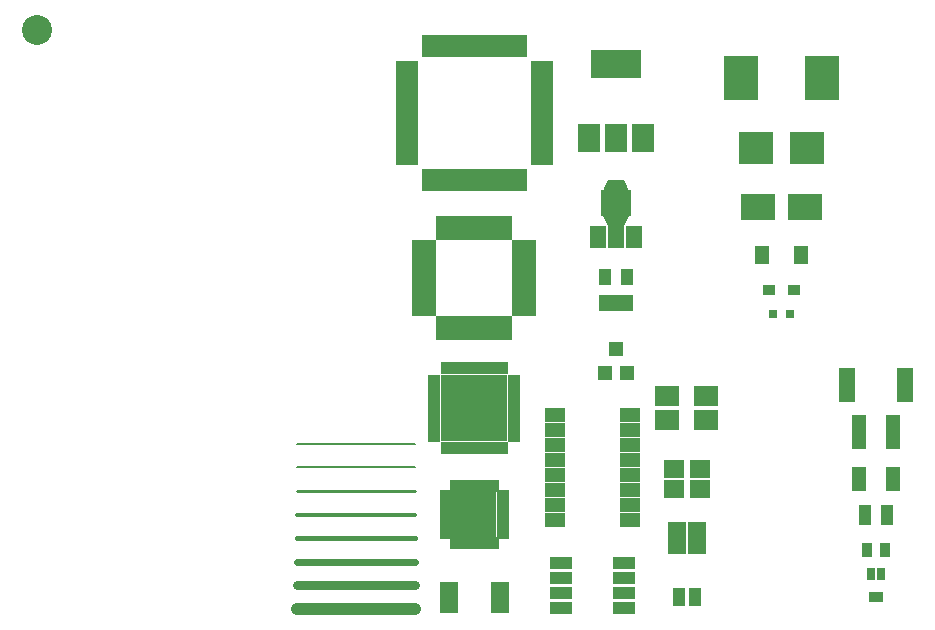
<source format=gbr>
G04 #@! TF.FileFunction,Soldermask,Bot*
%FSLAX46Y46*%
G04 Gerber Fmt 4.6, Leading zero omitted, Abs format (unit mm)*
G04 Created by KiCad (PCBNEW 4.0.2-stable) date 8/18/2017 5:33:59 PM*
%MOMM*%
G01*
G04 APERTURE LIST*
%ADD10C,0.152400*%
%ADD11C,1.016000*%
%ADD12C,0.762000*%
%ADD13C,0.609600*%
%ADD14C,0.457200*%
%ADD15C,0.304800*%
%ADD16C,0.254000*%
%ADD17C,0.203200*%
%ADD18R,2.000000X0.950000*%
%ADD19R,0.950000X2.000000*%
%ADD20R,0.680000X0.830000*%
%ADD21R,0.800000X1.000000*%
%ADD22R,0.900000X1.300000*%
%ADD23R,1.100000X1.700000*%
%ADD24R,1.300000X2.100000*%
%ADD25R,1.300000X2.900000*%
%ADD26R,1.400000X2.900000*%
%ADD27R,2.900000X2.200000*%
%ADD28R,2.900000X2.700000*%
%ADD29R,2.900000X3.700000*%
%ADD30R,1.950000X1.000000*%
%ADD31R,1.500000X0.800000*%
%ADD32R,1.100000X0.650000*%
%ADD33R,0.650000X1.100000*%
%ADD34R,1.687500X1.687500*%
%ADD35R,2.000000X1.700000*%
%ADD36R,1.800000X1.600000*%
%ADD37R,1.550000X1.400000*%
%ADD38R,1.000000X0.850000*%
%ADD39R,0.750000X0.750000*%
%ADD40R,1.300000X1.600000*%
%ADD41R,1.000000X1.500000*%
%ADD42R,1.400000X1.900000*%
%ADD43R,1.400000X2.200000*%
%ADD44R,2.600000X2.240000*%
%ADD45R,1.200000X1.300000*%
%ADD46R,1.050000X1.460000*%
%ADD47R,2.125000X2.125000*%
%ADD48R,1.700000X1.200000*%
%ADD49R,1.900000X0.950000*%
%ADD50R,0.950000X1.900000*%
%ADD51R,4.200000X2.400000*%
%ADD52R,1.900000X2.400000*%
%ADD53C,2.540000*%
G04 APERTURE END LIST*
D10*
D11*
X65000000Y-82000000D02*
X55000000Y-82000000D01*
D12*
X65000000Y-80000000D02*
X55000000Y-80000000D01*
D13*
X65000000Y-78000000D02*
X55000000Y-78000000D01*
D14*
X65000000Y-76000000D02*
X55000000Y-76000000D01*
D15*
X65000000Y-74000000D02*
X55000000Y-74000000D01*
D16*
X65000000Y-72000000D02*
X55000000Y-72000000D01*
D17*
X65000000Y-70000000D02*
X55000000Y-70000000D01*
D10*
X65000000Y-68000000D02*
X55000000Y-68000000D01*
D18*
X74250000Y-51200000D03*
X74250000Y-52000000D03*
X74250000Y-52800000D03*
X74250000Y-53600000D03*
X74250000Y-54400000D03*
X74250000Y-55200000D03*
X74250000Y-56000000D03*
X74250000Y-56800000D03*
D19*
X72800000Y-58250000D03*
X72000000Y-58250000D03*
X71200000Y-58250000D03*
X70400000Y-58250000D03*
X69600000Y-58250000D03*
X68800000Y-58250000D03*
X68000000Y-58250000D03*
X67200000Y-58250000D03*
D18*
X65750000Y-56800000D03*
X65750000Y-56000000D03*
X65750000Y-55200000D03*
X65750000Y-54400000D03*
X65750000Y-53600000D03*
X65750000Y-52800000D03*
X65750000Y-52000000D03*
X65750000Y-51200000D03*
D19*
X67200000Y-49750000D03*
X68000000Y-49750000D03*
X68800000Y-49750000D03*
X69600000Y-49750000D03*
X70400000Y-49750000D03*
X71200000Y-49750000D03*
X72000000Y-49750000D03*
X72800000Y-49750000D03*
D20*
X104260000Y-81000000D03*
X103740000Y-81000000D03*
D21*
X104450000Y-79000000D03*
X103550000Y-79000000D03*
D22*
X104750000Y-77000000D03*
X103250000Y-77000000D03*
D23*
X104950000Y-74000000D03*
X103050000Y-74000000D03*
D24*
X105450000Y-71000000D03*
X102550000Y-71000000D03*
D25*
X105450000Y-67000000D03*
X102550000Y-67000000D03*
D26*
X106450000Y-63000000D03*
X101550000Y-63000000D03*
D27*
X98000000Y-48000000D03*
X94000000Y-48000000D03*
D28*
X98150000Y-43000000D03*
X93850000Y-43000000D03*
D29*
X99400000Y-37000000D03*
X92600000Y-37000000D03*
D30*
X82700000Y-78095000D03*
X82700000Y-79365000D03*
X82700000Y-80635000D03*
X82700000Y-81905000D03*
X77300000Y-81905000D03*
X77300000Y-80635000D03*
X77300000Y-79365000D03*
X77300000Y-78095000D03*
D31*
X72150000Y-80025000D03*
X72150000Y-80675000D03*
X72150000Y-81325000D03*
X72150000Y-81975000D03*
X67850000Y-81975000D03*
X67850000Y-81325000D03*
X67850000Y-80675000D03*
X67850000Y-80025000D03*
D32*
X73400000Y-62500000D03*
X73400000Y-63000000D03*
X73400000Y-63500000D03*
X73400000Y-64000000D03*
X73400000Y-64500000D03*
X73400000Y-65000000D03*
X73400000Y-65500000D03*
X73400000Y-66000000D03*
X73400000Y-66500000D03*
X73400000Y-67000000D03*
X73400000Y-67500000D03*
D33*
X72500000Y-68400000D03*
X72000000Y-68400000D03*
X71500000Y-68400000D03*
X71000000Y-68400000D03*
X70500000Y-68400000D03*
X70000000Y-68400000D03*
X69500000Y-68400000D03*
X69000000Y-68400000D03*
X68500000Y-68400000D03*
X68000000Y-68400000D03*
X67500000Y-68400000D03*
D32*
X66600000Y-67500000D03*
X66600000Y-67000000D03*
X66600000Y-66500000D03*
X66600000Y-66000000D03*
X66600000Y-65500000D03*
X66600000Y-65000000D03*
X66600000Y-64500000D03*
X66600000Y-64000000D03*
X66600000Y-63500000D03*
X66600000Y-63000000D03*
X66600000Y-62500000D03*
D33*
X67500000Y-61600000D03*
X68000000Y-61600000D03*
X68500000Y-61600000D03*
X69000000Y-61600000D03*
X69500000Y-61600000D03*
X70000000Y-61600000D03*
X70500000Y-61600000D03*
X71000000Y-61600000D03*
X71500000Y-61600000D03*
X72000000Y-61600000D03*
X72500000Y-61600000D03*
D34*
X68068750Y-66931250D03*
X68068750Y-65643750D03*
X68068750Y-64356250D03*
X68068750Y-63068750D03*
X69356250Y-66931250D03*
X69356250Y-65643750D03*
X69356250Y-64356250D03*
X69356250Y-63068750D03*
X70643750Y-66931250D03*
X70643750Y-65643750D03*
X70643750Y-64356250D03*
X70643750Y-63068750D03*
X71931250Y-66931250D03*
X71931250Y-65643750D03*
X71931250Y-64356250D03*
X71931250Y-63068750D03*
D35*
X89650000Y-66000000D03*
X86350000Y-66000000D03*
X86350000Y-64000000D03*
X89650000Y-64000000D03*
D36*
X89100000Y-71850000D03*
X86900000Y-71850000D03*
X86900000Y-70150000D03*
X89100000Y-70150000D03*
D37*
X88875000Y-76700000D03*
X87125000Y-76700000D03*
X87125000Y-75300000D03*
X88875000Y-75300000D03*
D38*
X97050000Y-55000000D03*
X94950000Y-55000000D03*
D39*
X95275000Y-57000000D03*
X96725000Y-57000000D03*
D40*
X97650000Y-52000000D03*
X94350000Y-52000000D03*
D41*
X88700000Y-81000000D03*
X87300000Y-81000000D03*
D10*
G36*
X82700000Y-45708000D02*
X83300000Y-46958000D01*
X80700000Y-46958000D01*
X81300000Y-45708000D01*
X82700000Y-45708000D01*
X82700000Y-45708000D01*
G37*
D42*
X83500000Y-50480000D03*
D43*
X82000000Y-50333500D03*
D42*
X80500000Y-50480000D03*
D44*
X82000000Y-47666500D03*
D10*
G36*
X81400000Y-49776200D02*
X80700000Y-48376200D01*
X83300000Y-48376200D01*
X82600000Y-49776200D01*
X81400000Y-49776200D01*
X81400000Y-49776200D01*
G37*
D45*
X82950000Y-62000000D03*
X81050000Y-62000000D03*
X82000000Y-60000000D03*
D46*
X82950000Y-56100000D03*
X82000000Y-56100000D03*
X81050000Y-56100000D03*
X81050000Y-53900000D03*
X82950000Y-53900000D03*
D32*
X72400000Y-72250000D03*
X72400000Y-72750000D03*
X72400000Y-73250000D03*
X72400000Y-73750000D03*
X72400000Y-74250000D03*
X72400000Y-74750000D03*
X72400000Y-75250000D03*
X72400000Y-75750000D03*
D33*
X71750000Y-76400000D03*
X71250000Y-76400000D03*
X70750000Y-76400000D03*
X70250000Y-76400000D03*
X69750000Y-76400000D03*
X69250000Y-76400000D03*
X68750000Y-76400000D03*
X68250000Y-76400000D03*
D32*
X67600000Y-75750000D03*
X67600000Y-75250000D03*
X67600000Y-74750000D03*
X67600000Y-74250000D03*
X67600000Y-73750000D03*
X67600000Y-73250000D03*
X67600000Y-72750000D03*
X67600000Y-72250000D03*
D33*
X68250000Y-71600000D03*
X68750000Y-71600000D03*
X69250000Y-71600000D03*
X69750000Y-71600000D03*
X70250000Y-71600000D03*
X70750000Y-71600000D03*
X71250000Y-71600000D03*
X71750000Y-71600000D03*
D47*
X69137500Y-74862500D03*
X69137500Y-73137500D03*
X70862500Y-74862500D03*
X70862500Y-73137500D03*
D48*
X83150000Y-65550000D03*
X83150000Y-66830000D03*
X83150000Y-68090000D03*
X83150000Y-69360000D03*
X83150000Y-70640000D03*
X83150000Y-71910000D03*
X83150000Y-73170000D03*
X83150000Y-74450000D03*
X76850000Y-74450000D03*
X76850000Y-73170000D03*
X76850000Y-71910000D03*
X76850000Y-70640000D03*
X76850000Y-69360000D03*
X76850000Y-68090000D03*
X76850000Y-66830000D03*
X76850000Y-65550000D03*
D49*
X75700000Y-36000000D03*
X75700000Y-36800000D03*
X75700000Y-37600000D03*
X75700000Y-38400000D03*
X75700000Y-39200000D03*
X75700000Y-40000000D03*
X75700000Y-40800000D03*
X75700000Y-41600000D03*
X75700000Y-42400000D03*
X75700000Y-43200000D03*
X75700000Y-44000000D03*
D50*
X74000000Y-45700000D03*
X73200000Y-45700000D03*
X72400000Y-45700000D03*
X71600000Y-45700000D03*
X70800000Y-45700000D03*
X70000000Y-45700000D03*
X69200000Y-45700000D03*
X68400000Y-45700000D03*
X67600000Y-45700000D03*
X66800000Y-45700000D03*
X66000000Y-45700000D03*
D49*
X64300000Y-44000000D03*
X64300000Y-43200000D03*
X64300000Y-42400000D03*
X64300000Y-41600000D03*
X64300000Y-40800000D03*
X64300000Y-40000000D03*
X64300000Y-39200000D03*
X64300000Y-38400000D03*
X64300000Y-37600000D03*
X64300000Y-36800000D03*
X64300000Y-36000000D03*
D50*
X66000000Y-34300000D03*
X66800000Y-34300000D03*
X67600000Y-34300000D03*
X68400000Y-34300000D03*
X69200000Y-34300000D03*
X70000000Y-34300000D03*
X70800000Y-34300000D03*
X71600000Y-34300000D03*
X72400000Y-34300000D03*
X73200000Y-34300000D03*
X74000000Y-34300000D03*
D51*
X82000000Y-35850000D03*
D52*
X82000000Y-42150000D03*
X79700000Y-42150000D03*
X84300000Y-42150000D03*
D53*
X33000000Y-33000000D03*
M02*

</source>
